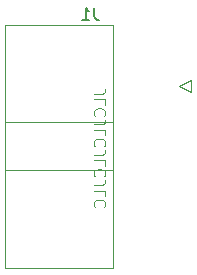
<source format=gbr>
%TF.GenerationSoftware,KiCad,Pcbnew,9.0.0*%
%TF.CreationDate,2025-03-04T20:01:11+01:00*%
%TF.ProjectId,esp32vga-keypad,65737033-3276-4676-912d-6b6579706164,2*%
%TF.SameCoordinates,Original*%
%TF.FileFunction,Legend,Bot*%
%TF.FilePolarity,Positive*%
%FSLAX46Y46*%
G04 Gerber Fmt 4.6, Leading zero omitted, Abs format (unit mm)*
G04 Created by KiCad (PCBNEW 9.0.0) date 2025-03-04 20:01:11*
%MOMM*%
%LPD*%
G01*
G04 APERTURE LIST*
%ADD10C,0.100000*%
%ADD11C,0.150000*%
%ADD12C,0.120000*%
G04 APERTURE END LIST*
D10*
X192191819Y-104780398D02*
X192906104Y-104780398D01*
X192906104Y-104780398D02*
X193048961Y-104732779D01*
X193048961Y-104732779D02*
X193144200Y-104637541D01*
X193144200Y-104637541D02*
X193191819Y-104494684D01*
X193191819Y-104494684D02*
X193191819Y-104399446D01*
X193191819Y-105732779D02*
X193191819Y-105256589D01*
X193191819Y-105256589D02*
X192191819Y-105256589D01*
X193096580Y-106637541D02*
X193144200Y-106589922D01*
X193144200Y-106589922D02*
X193191819Y-106447065D01*
X193191819Y-106447065D02*
X193191819Y-106351827D01*
X193191819Y-106351827D02*
X193144200Y-106208970D01*
X193144200Y-106208970D02*
X193048961Y-106113732D01*
X193048961Y-106113732D02*
X192953723Y-106066113D01*
X192953723Y-106066113D02*
X192763247Y-106018494D01*
X192763247Y-106018494D02*
X192620390Y-106018494D01*
X192620390Y-106018494D02*
X192429914Y-106066113D01*
X192429914Y-106066113D02*
X192334676Y-106113732D01*
X192334676Y-106113732D02*
X192239438Y-106208970D01*
X192239438Y-106208970D02*
X192191819Y-106351827D01*
X192191819Y-106351827D02*
X192191819Y-106447065D01*
X192191819Y-106447065D02*
X192239438Y-106589922D01*
X192239438Y-106589922D02*
X192287057Y-106637541D01*
X192191819Y-107351827D02*
X192906104Y-107351827D01*
X192906104Y-107351827D02*
X193048961Y-107304208D01*
X193048961Y-107304208D02*
X193144200Y-107208970D01*
X193144200Y-107208970D02*
X193191819Y-107066113D01*
X193191819Y-107066113D02*
X193191819Y-106970875D01*
X193191819Y-108304208D02*
X193191819Y-107828018D01*
X193191819Y-107828018D02*
X192191819Y-107828018D01*
X193096580Y-109208970D02*
X193144200Y-109161351D01*
X193144200Y-109161351D02*
X193191819Y-109018494D01*
X193191819Y-109018494D02*
X193191819Y-108923256D01*
X193191819Y-108923256D02*
X193144200Y-108780399D01*
X193144200Y-108780399D02*
X193048961Y-108685161D01*
X193048961Y-108685161D02*
X192953723Y-108637542D01*
X192953723Y-108637542D02*
X192763247Y-108589923D01*
X192763247Y-108589923D02*
X192620390Y-108589923D01*
X192620390Y-108589923D02*
X192429914Y-108637542D01*
X192429914Y-108637542D02*
X192334676Y-108685161D01*
X192334676Y-108685161D02*
X192239438Y-108780399D01*
X192239438Y-108780399D02*
X192191819Y-108923256D01*
X192191819Y-108923256D02*
X192191819Y-109018494D01*
X192191819Y-109018494D02*
X192239438Y-109161351D01*
X192239438Y-109161351D02*
X192287057Y-109208970D01*
X192191819Y-109923256D02*
X192906104Y-109923256D01*
X192906104Y-109923256D02*
X193048961Y-109875637D01*
X193048961Y-109875637D02*
X193144200Y-109780399D01*
X193144200Y-109780399D02*
X193191819Y-109637542D01*
X193191819Y-109637542D02*
X193191819Y-109542304D01*
X193191819Y-110875637D02*
X193191819Y-110399447D01*
X193191819Y-110399447D02*
X192191819Y-110399447D01*
X193096580Y-111780399D02*
X193144200Y-111732780D01*
X193144200Y-111732780D02*
X193191819Y-111589923D01*
X193191819Y-111589923D02*
X193191819Y-111494685D01*
X193191819Y-111494685D02*
X193144200Y-111351828D01*
X193144200Y-111351828D02*
X193048961Y-111256590D01*
X193048961Y-111256590D02*
X192953723Y-111208971D01*
X192953723Y-111208971D02*
X192763247Y-111161352D01*
X192763247Y-111161352D02*
X192620390Y-111161352D01*
X192620390Y-111161352D02*
X192429914Y-111208971D01*
X192429914Y-111208971D02*
X192334676Y-111256590D01*
X192334676Y-111256590D02*
X192239438Y-111351828D01*
X192239438Y-111351828D02*
X192191819Y-111494685D01*
X192191819Y-111494685D02*
X192191819Y-111589923D01*
X192191819Y-111589923D02*
X192239438Y-111732780D01*
X192239438Y-111732780D02*
X192287057Y-111780399D01*
X192191819Y-112494685D02*
X192906104Y-112494685D01*
X192906104Y-112494685D02*
X193048961Y-112447066D01*
X193048961Y-112447066D02*
X193144200Y-112351828D01*
X193144200Y-112351828D02*
X193191819Y-112208971D01*
X193191819Y-112208971D02*
X193191819Y-112113733D01*
X193191819Y-113447066D02*
X193191819Y-112970876D01*
X193191819Y-112970876D02*
X192191819Y-112970876D01*
X193096580Y-114351828D02*
X193144200Y-114304209D01*
X193144200Y-114304209D02*
X193191819Y-114161352D01*
X193191819Y-114161352D02*
X193191819Y-114066114D01*
X193191819Y-114066114D02*
X193144200Y-113923257D01*
X193144200Y-113923257D02*
X193048961Y-113828019D01*
X193048961Y-113828019D02*
X192953723Y-113780400D01*
X192953723Y-113780400D02*
X192763247Y-113732781D01*
X192763247Y-113732781D02*
X192620390Y-113732781D01*
X192620390Y-113732781D02*
X192429914Y-113780400D01*
X192429914Y-113780400D02*
X192334676Y-113828019D01*
X192334676Y-113828019D02*
X192239438Y-113923257D01*
X192239438Y-113923257D02*
X192191819Y-114066114D01*
X192191819Y-114066114D02*
X192191819Y-114161352D01*
X192191819Y-114161352D02*
X192239438Y-114304209D01*
X192239438Y-114304209D02*
X192287057Y-114351828D01*
D11*
X192238333Y-97494819D02*
X192238333Y-98209104D01*
X192238333Y-98209104D02*
X192285952Y-98351961D01*
X192285952Y-98351961D02*
X192381190Y-98447200D01*
X192381190Y-98447200D02*
X192524047Y-98494819D01*
X192524047Y-98494819D02*
X192619285Y-98494819D01*
X191238333Y-98494819D02*
X191809761Y-98494819D01*
X191524047Y-98494819D02*
X191524047Y-97494819D01*
X191524047Y-97494819D02*
X191619285Y-97637676D01*
X191619285Y-97637676D02*
X191714523Y-97732914D01*
X191714523Y-97732914D02*
X191809761Y-97780533D01*
D12*
%TO.C,J1*%
X184730000Y-98930000D02*
X193850000Y-98930000D01*
X184730000Y-107170000D02*
X193850000Y-107170000D01*
X184730000Y-111270000D02*
X193850000Y-111270000D01*
X184730000Y-119510000D02*
X184730000Y-98930000D01*
X193850000Y-98930000D02*
X193850000Y-119510000D01*
X193850000Y-119510000D02*
X184730000Y-119510000D01*
X199470000Y-104140000D02*
X200470000Y-104640000D01*
X200470000Y-103640000D02*
X199470000Y-104140000D01*
X200470000Y-104640000D02*
X200470000Y-103640000D01*
%TD*%
M02*

</source>
